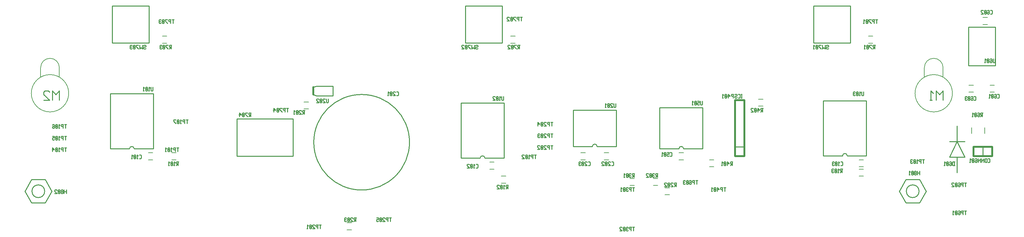
<source format=gbr>
G04 start of page 8 for group -4078 idx -4078
G04 Title: (unknown), bottomsilk *
G04 Creator: pcb-bin 20060822 *
G04 CreationDate: Wed Jun  4 23:35:37 2008 UTC *
G04 For: pete *
G04 Format: Gerber/RS-274X *
G04 PCB-Dimensions: 1125000 272500 *
G04 PCB-Coordinate-Origin: lower left *
%MOIN*%
%FSLAX24Y24*%
%LNBACKSILK*%
%ADD11C,0.0080*%
%ADD12C,0.0100*%
%ADD13C,0.0200*%
G54D11*X105500Y20500D02*Y19500D01*
X103500Y20500D02*Y19500D01*
X11000Y20500D02*Y19500D01*
X9000Y20500D02*Y19500D01*
X104500Y15750D02*G75*G03X106500Y17750I0J2000D01*G01*
G75*G03X104500Y19750I-2000J0D01*G01*
X103500Y20500D02*G75*G02X104500Y21500I1000J0D01*G01*
X104499D02*G75*G02X105500Y20499I0J-1000D01*G01*
X102500Y17750D02*G75*G03X104500Y15750I2000J0D01*G01*
Y19750D02*G75*G03X102500Y17750I0J-2000D01*G01*
X10000Y15750D02*G75*G03X12000Y17750I0J2000D01*G01*
G75*G03X10000Y19750I-2000J0D01*G01*
X9999Y21500D02*G75*G02X11000Y20499I0J-1000D01*G01*
X9000Y20500D02*G75*G02X10000Y21500I1000J0D01*G01*
X8000Y17750D02*G75*G03X10000Y15750I2000J0D01*G01*
Y19750D02*G75*G03X8000Y17750I0J-2000D01*G01*
G54D12*X105500Y17000D02*Y18000D01*
X105125Y17625D01*
X104750Y18000D01*
Y17000D02*Y18000D01*
X104074Y17000D02*X104324D01*
X104199D02*Y18000D01*
X104449Y17750D02*X104199Y18000D01*
X11000Y17000D02*Y18000D01*
X10625Y17625D01*
X10250Y18000D01*
Y17000D02*Y18000D01*
X9949Y17875D02*X9824Y18000D01*
X9449D02*X9824D01*
X9449D02*X9324Y17875D01*
Y17625D02*Y17875D01*
X9949Y17000D02*X9324Y17625D01*
Y17000D02*X9949D01*
G54D11*X110513Y17876D02*X110986D01*
X110513Y18624D02*X110986D01*
X109938Y14064D02*Y13435D01*
X108561Y14064D02*Y13435D01*
G54D13*X108750Y12000D02*X110750D01*
Y11000D01*
X108750D02*X110750D01*
X108750Y12000D02*Y11000D01*
G54D12*X109750Y12000D02*Y11000D01*
X108750D02*X109750D01*
G54D11*X108263Y18624D02*X108736D01*
X108263Y17876D02*X108736D01*
G54D12*X107000Y14250D02*Y12590D01*
Y10910D02*Y9250D01*
Y12590D02*X106170Y10910D01*
X107830D01*
X107000Y12590D01*
X106170D02*X107830D01*
X100810Y7250D02*X101530Y8500D01*
X102970D01*
X103690Y7250D01*
X102970Y6000D01*
X101530D01*
X100810Y7250D01*
X101570D02*G75*G03X101570Y7250I680J0D01*G01*
G54D11*X96513Y9624D02*X96986D01*
X96513Y8876D02*X96986D01*
X96513Y9876D02*X96986D01*
X96513Y10624D02*X96986D01*
G54D12*X92700Y11050D02*Y16950D01*
X97300D01*
Y11050D01*
X92700D02*X94750D01*
X97300D02*X95250D01*
G75*G03X94750Y11050I-250J0D01*G01*
X108230Y20710D02*Y24850D01*
X111080D01*
Y20710D01*
X108230D01*
G54D11*X109763Y25126D02*X110236D01*
X109763Y25874D02*X110236D01*
X97513Y23126D02*X97986D01*
X97513Y23874D02*X97986D01*
G54D12*X95596Y27096D02*Y23159D01*
X91659Y27096D02*Y23159D01*
Y27096D02*X95596D01*
X91659Y23159D02*X95596D01*
G54D11*X80513Y9876D02*X80986D01*
X80513Y10624D02*X80986D01*
X77263Y10626D02*X77736D01*
X77263Y11374D02*X77736D01*
G54D12*X75200Y11800D02*Y16200D01*
X79800D01*
Y11800D01*
X75200D02*X77250D01*
X79800D02*X77750D01*
G75*G03X77250Y11800I-250J0D01*G01*
G54D11*X85763Y16376D02*X86236D01*
X85763Y17124D02*X86236D01*
G54D13*X83250Y11000D02*Y17000D01*
X84250D01*
Y11000D01*
X83250D01*
G54D12*Y12000D02*X84250D01*
Y11000D01*
G54D11*X75763Y6876D02*X76236D01*
X75763Y7624D02*X76236D01*
X74513Y8624D02*X74986D01*
X74513Y7876D02*X74986D01*
X72013D02*X72486D01*
X72013Y8624D02*X72486D01*
X69263Y10626D02*X69736D01*
X69263Y11374D02*X69736D01*
X66763D02*X67236D01*
X66763Y10626D02*X67236D01*
X58263Y8874D02*X58736D01*
X58263Y8126D02*X58736D01*
X57013Y9626D02*X57486D01*
X57013Y10374D02*X57486D01*
G54D12*X65950Y12050D02*Y15950D01*
X70550D01*
Y12050D01*
X65950D02*X68000D01*
X70550D02*X68500D01*
G75*G03X68000Y12050I-250J0D01*G01*
X58346Y27096D02*Y23159D01*
X54409Y27096D02*Y23159D01*
Y27096D02*X58346D01*
X54409Y23159D02*X58346D01*
G54D11*X59263Y23126D02*X59736D01*
X59263Y23874D02*X59736D01*
G54D12*X53950Y10800D02*Y16700D01*
X58550D01*
Y10800D01*
X53950D02*X56000D01*
X58550D02*X56500D01*
G75*G03X56000Y10800I-250J0D01*G01*
X38206Y12500D02*G75*G03X43324Y7381I5118J0D01*G01*
X48442Y12500D02*G75*G03X43324Y17618I-5118J0D01*G01*
X43324Y7381D02*G75*G03X48442Y12500I0J5118D01*G01*
X43324Y17618D02*G75*G03X38206Y12500I0J-5118D01*G01*
G54D13*X38150Y17600D02*Y18400D01*
G54D12*X38490Y18510D01*
X40250D01*
Y17490D01*
X38490D01*
X38150Y17600D01*
G54D11*X41763Y3126D02*X42236D01*
X41763Y3874D02*X42236D01*
X37163Y16076D02*X37636D01*
X37163Y16824D02*X37636D01*
X23013Y10626D02*X23486D01*
X23013Y11374D02*X23486D01*
X22013Y23126D02*X22486D01*
X22013Y23874D02*X22486D01*
X20513Y10626D02*X20986D01*
X20513Y11374D02*X20986D01*
G54D12*X30000Y15000D02*X36000D01*
X30000D02*Y11000D01*
X36000Y15000D02*Y11000D01*
X30000D02*X36000D01*
X20596Y27096D02*Y23159D01*
X16659Y27096D02*Y23159D01*
Y27096D02*X20596D01*
X16659Y23159D02*X20596D01*
X16450Y11800D02*Y17700D01*
X21050D01*
Y11800D01*
X16450D02*X18500D01*
X21050D02*X19000D01*
G75*G03X18500Y11800I-250J0D01*G01*
X7310Y7250D02*X8030Y8500D01*
X9470D01*
X10190Y7250D01*
X9470Y6000D01*
X8030D01*
X7310Y7250D01*
X8070D02*G75*G03X8070Y7250I680J0D01*G01*
X111300Y17250D02*X111450D01*
X111500Y17300D02*X111450Y17250D01*
X111500Y17300D02*Y17600D01*
X111450Y17650D01*
X111300D02*X111450D01*
X111029D02*X110979Y17600D01*
X111029Y17650D02*X111129D01*
X111179Y17600D02*X111129Y17650D01*
X111179Y17300D02*Y17600D01*
Y17300D02*X111129Y17250D01*
X111029Y17450D02*X110979Y17400D01*
X111029Y17450D02*X111179D01*
X111029Y17250D02*X111129D01*
X111029D02*X110979Y17300D01*
Y17400D01*
X110859Y17300D02*X110809Y17250D01*
X110859Y17300D02*Y17600D01*
X110809Y17650D01*
X110709D02*X110809D01*
X110709D02*X110659Y17600D01*
Y17300D02*Y17600D01*
X110709Y17250D02*X110659Y17300D01*
X110709Y17250D02*X110809D01*
X110859Y17350D02*X110659Y17550D01*
X110389Y17250D02*X110489D01*
X110439D02*Y17650D01*
X110539Y17550D02*X110439Y17650D01*
X111040Y21080D02*Y21430D01*
Y21080D02*X110990Y21030D01*
X110890D02*X110990D01*
X110890D02*X110840Y21080D01*
Y21430D01*
X110569D02*X110519Y21380D01*
X110569Y21430D02*X110669D01*
X110719Y21380D02*X110669Y21430D01*
X110719Y21080D02*Y21380D01*
Y21080D02*X110669Y21030D01*
X110569Y21230D02*X110519Y21180D01*
X110569Y21230D02*X110719D01*
X110569Y21030D02*X110669D01*
X110569D02*X110519Y21080D01*
Y21180D01*
X110399Y21080D02*X110349Y21030D01*
X110399Y21080D02*Y21380D01*
X110349Y21430D01*
X110249D02*X110349D01*
X110249D02*X110199Y21380D01*
Y21080D02*Y21380D01*
X110249Y21030D02*X110199Y21080D01*
X110249Y21030D02*X110349D01*
X110399Y21130D02*X110199Y21330D01*
X109929Y21030D02*X110029D01*
X109979D02*Y21430D01*
X110079Y21330D02*X109979Y21430D01*
X110550Y26250D02*X110700D01*
X110750Y26300D02*X110700Y26250D01*
X110750Y26300D02*Y26600D01*
X110700Y26650D01*
X110550D02*X110700D01*
X110279D02*X110229Y26600D01*
X110279Y26650D02*X110379D01*
X110429Y26600D02*X110379Y26650D01*
X110429Y26300D02*Y26600D01*
Y26300D02*X110379Y26250D01*
X110279Y26450D02*X110229Y26400D01*
X110279Y26450D02*X110429D01*
X110279Y26250D02*X110379D01*
X110279D02*X110229Y26300D01*
Y26400D01*
X110109Y26300D02*X110059Y26250D01*
X110109Y26300D02*Y26600D01*
X110059Y26650D01*
X109959D02*X110059D01*
X109959D02*X109909Y26600D01*
Y26300D02*Y26600D01*
X109959Y26250D02*X109909Y26300D01*
X109959Y26250D02*X110059D01*
X110109Y26350D02*X109909Y26550D01*
X109789Y26600D02*X109739Y26650D01*
X109589D02*X109739D01*
X109589D02*X109539Y26600D01*
Y26500D02*Y26600D01*
X109789Y26250D02*X109539Y26500D01*
Y26250D02*X109789D01*
X109550Y15650D02*X109750D01*
X109550D02*X109500Y15600D01*
Y15500D02*Y15600D01*
X109550Y15450D02*X109500Y15500D01*
X109550Y15450D02*X109700D01*
Y15250D02*Y15650D01*
Y15450D02*X109500Y15250D01*
X109229Y15650D02*X109179Y15600D01*
X109229Y15650D02*X109329D01*
X109379Y15600D02*X109329Y15650D01*
X109379Y15300D02*Y15600D01*
Y15300D02*X109329Y15250D01*
X109229Y15450D02*X109179Y15400D01*
X109229Y15450D02*X109379D01*
X109229Y15250D02*X109329D01*
X109229D02*X109179Y15300D01*
Y15400D01*
X109059Y15300D02*X109009Y15250D01*
X109059Y15300D02*Y15600D01*
X109009Y15650D01*
X108909D02*X109009D01*
X108909D02*X108859Y15600D01*
Y15300D02*Y15600D01*
X108909Y15250D02*X108859Y15300D01*
X108909Y15250D02*X109009D01*
X109059Y15350D02*X108859Y15550D01*
X108589Y15250D02*X108689D01*
X108639D02*Y15650D01*
X108739Y15550D02*X108639Y15650D01*
X108800Y17000D02*X108950D01*
X109000Y17050D02*X108950Y17000D01*
X109000Y17050D02*Y17350D01*
X108950Y17400D01*
X108800D02*X108950D01*
X108529D02*X108479Y17350D01*
X108529Y17400D02*X108629D01*
X108679Y17350D02*X108629Y17400D01*
X108679Y17050D02*Y17350D01*
Y17050D02*X108629Y17000D01*
X108529Y17200D02*X108479Y17150D01*
X108529Y17200D02*X108679D01*
X108529Y17000D02*X108629D01*
X108529D02*X108479Y17050D01*
Y17150D01*
X108359Y17050D02*X108309Y17000D01*
X108359Y17050D02*Y17350D01*
X108309Y17400D01*
X108209D02*X108309D01*
X108209D02*X108159Y17350D01*
Y17050D02*Y17350D01*
X108209Y17000D02*X108159Y17050D01*
X108209Y17000D02*X108309D01*
X108359Y17100D02*X108159Y17300D01*
X108039Y17350D02*X107989Y17400D01*
X107889D02*X107989D01*
X107889D02*X107839Y17350D01*
Y17050D02*Y17350D01*
X107889Y17000D02*X107839Y17050D01*
X107889Y17000D02*X107989D01*
X108039Y17050D02*X107989Y17000D01*
X107839Y17200D02*X107989D01*
X107800Y5150D02*X108000D01*
X107900Y4750D02*Y5150D01*
X107629Y4750D02*Y5150D01*
X107479D02*X107679D01*
X107479D02*X107429Y5100D01*
Y5000D02*Y5100D01*
X107479Y4950D02*X107429Y5000D01*
X107479Y4950D02*X107629D01*
X107159Y5150D02*X107109Y5100D01*
X107159Y5150D02*X107259D01*
X107309Y5100D02*X107259Y5150D01*
X107309Y4800D02*Y5100D01*
Y4800D02*X107259Y4750D01*
X107159Y4950D02*X107109Y4900D01*
X107159Y4950D02*X107309D01*
X107159Y4750D02*X107259D01*
X107159D02*X107109Y4800D01*
Y4900D01*
X106989Y4800D02*X106939Y4750D01*
X106989Y4800D02*Y5100D01*
X106939Y5150D01*
X106839D02*X106939D01*
X106839D02*X106789Y5100D01*
Y4800D02*Y5100D01*
X106839Y4750D02*X106789Y4800D01*
X106839Y4750D02*X106939D01*
X106989Y4850D02*X106789Y5050D01*
X106519Y4750D02*X106619D01*
X106569D02*Y5150D01*
X106669Y5050D02*X106569Y5150D01*
X110300Y10350D02*X110450D01*
X110500Y10400D02*X110450Y10350D01*
X110500Y10400D02*Y10700D01*
X110450Y10750D01*
X110300D02*X110450D01*
X110179Y10400D02*Y10700D01*
X110129Y10750D01*
X110029D02*X110129D01*
X110029D02*X109979Y10700D01*
Y10400D02*Y10700D01*
X110029Y10350D02*X109979Y10400D01*
X110029Y10350D02*X110129D01*
X110179Y10400D02*X110129Y10350D01*
X109859D02*Y10750D01*
Y10700D02*Y10750D01*
Y10700D02*X109609Y10450D01*
Y10350D02*Y10750D01*
X109489Y10350D02*Y10750D01*
Y10700D02*Y10750D01*
Y10700D02*X109239Y10450D01*
Y10350D02*Y10750D01*
X108969D02*X108919Y10700D01*
X108969Y10750D02*X109069D01*
X109119Y10700D02*X109069Y10750D01*
X109119Y10400D02*Y10700D01*
Y10400D02*X109069Y10350D01*
X108969Y10550D02*X108919Y10500D01*
X108969Y10550D02*X109119D01*
X108969Y10350D02*X109069D01*
X108969D02*X108919Y10400D01*
Y10500D01*
X108799Y10400D02*X108749Y10350D01*
X108799Y10400D02*Y10700D01*
X108749Y10750D01*
X108649D02*X108749D01*
X108649D02*X108599Y10700D01*
Y10400D02*Y10700D01*
X108649Y10350D02*X108599Y10400D01*
X108649Y10350D02*X108749D01*
X108799Y10450D02*X108599Y10650D01*
X108329Y10350D02*X108429D01*
X108379D02*Y10750D01*
X108479Y10650D02*X108379Y10750D01*
X107800Y8150D02*X108000D01*
X107900Y7750D02*Y8150D01*
X107629Y7750D02*Y8150D01*
X107479D02*X107679D01*
X107479D02*X107429Y8100D01*
Y8000D02*Y8100D01*
X107479Y7950D02*X107429Y8000D01*
X107479Y7950D02*X107629D01*
X107159Y8150D02*X107109Y8100D01*
X107159Y8150D02*X107259D01*
X107309Y8100D02*X107259Y8150D01*
X107309Y7800D02*Y8100D01*
Y7800D02*X107259Y7750D01*
X107159Y7950D02*X107109Y7900D01*
X107159Y7950D02*X107309D01*
X107159Y7750D02*X107259D01*
X107159D02*X107109Y7800D01*
Y7900D01*
X106989Y7800D02*X106939Y7750D01*
X106989Y7800D02*Y8100D01*
X106939Y8150D01*
X106839D02*X106939D01*
X106839D02*X106789Y8100D01*
Y7800D02*Y8100D01*
X106839Y7750D02*X106789Y7800D01*
X106839Y7750D02*X106939D01*
X106989Y7850D02*X106789Y8050D01*
X106669Y8100D02*X106619Y8150D01*
X106469D02*X106619D01*
X106469D02*X106419Y8100D01*
Y8000D02*Y8100D01*
X106669Y7750D02*X106419Y8000D01*
Y7750D02*X106669D01*
X106700Y10000D02*Y10400D01*
X106550D02*X106500Y10350D01*
Y10050D02*Y10350D01*
X106550Y10000D02*X106500Y10050D01*
X106550Y10000D02*X106750D01*
X106550Y10400D02*X106750D01*
X106229D02*X106179Y10350D01*
X106229Y10400D02*X106329D01*
X106379Y10350D02*X106329Y10400D01*
X106379Y10050D02*Y10350D01*
Y10050D02*X106329Y10000D01*
X106229Y10200D02*X106179Y10150D01*
X106229Y10200D02*X106379D01*
X106229Y10000D02*X106329D01*
X106229D02*X106179Y10050D01*
Y10150D01*
X106059Y10050D02*X106009Y10000D01*
X106059Y10050D02*Y10350D01*
X106009Y10400D01*
X105909D02*X106009D01*
X105909D02*X105859Y10350D01*
Y10050D02*Y10350D01*
X105909Y10000D02*X105859Y10050D01*
X105909Y10000D02*X106009D01*
X106059Y10100D02*X105859Y10300D01*
X105589Y10000D02*X105689D01*
X105639D02*Y10400D01*
X105739Y10300D02*X105639Y10400D01*
X98050Y22900D02*X98250D01*
X98050D02*X98000Y22850D01*
Y22750D02*Y22850D01*
X98050Y22700D02*X98000Y22750D01*
X98050Y22700D02*X98200D01*
Y22500D02*Y22900D01*
Y22700D02*X98000Y22500D01*
X97879D02*X97629Y22750D01*
Y22900D01*
X97879D01*
X97509Y22550D02*X97459Y22500D01*
X97509Y22550D02*Y22850D01*
X97459Y22900D01*
X97359D02*X97459D01*
X97359D02*X97309Y22850D01*
Y22550D02*Y22850D01*
X97359Y22500D02*X97309Y22550D01*
X97359Y22500D02*X97459D01*
X97509Y22600D02*X97309Y22800D01*
X97039Y22500D02*X97139D01*
X97089D02*Y22900D01*
X97189Y22800D02*X97089Y22900D01*
X103300Y10650D02*X103500D01*
X103400Y10250D02*Y10650D01*
X103129Y10250D02*Y10650D01*
X102979D02*X103179D01*
X102979D02*X102929Y10600D01*
Y10500D02*Y10600D01*
X102979Y10450D02*X102929Y10500D01*
X102979Y10450D02*X103129D01*
X102659Y10250D02*X102759D01*
X102709D02*Y10650D01*
X102809Y10550D02*X102709Y10650D01*
X102539Y10300D02*X102489Y10250D01*
X102539Y10300D02*Y10600D01*
X102489Y10650D01*
X102389D02*X102489D01*
X102389D02*X102339Y10600D01*
Y10300D02*Y10600D01*
X102389Y10250D02*X102339Y10300D01*
X102389Y10250D02*X102489D01*
X102539Y10350D02*X102339Y10550D01*
X102219Y10600D02*X102169Y10650D01*
X102069D02*X102169D01*
X102069D02*X102019Y10600D01*
Y10300D02*Y10600D01*
X102069Y10250D02*X102019Y10300D01*
X102069Y10250D02*X102169D01*
X102219Y10300D02*X102169Y10250D01*
X102019Y10450D02*X102169D01*
X98300Y25650D02*X98500D01*
X98400Y25250D02*Y25650D01*
X98129Y25250D02*Y25650D01*
X97979D02*X98179D01*
X97979D02*X97929Y25600D01*
Y25500D02*Y25600D01*
X97979Y25450D02*X97929Y25500D01*
X97979Y25450D02*X98129D01*
X97809Y25250D02*X97559Y25500D01*
Y25650D01*
X97809D01*
X97439Y25300D02*X97389Y25250D01*
X97439Y25300D02*Y25600D01*
X97389Y25650D01*
X97289D02*X97389D01*
X97289D02*X97239Y25600D01*
Y25300D02*Y25600D01*
X97289Y25250D02*X97239Y25300D01*
X97289Y25250D02*X97389D01*
X97439Y25350D02*X97239Y25550D01*
X96969Y25250D02*X97069D01*
X97019D02*Y25650D01*
X97119Y25550D02*X97019Y25650D01*
X103000Y9000D02*Y9400D01*
X102750Y9000D02*Y9400D01*
Y9200D02*X103000D01*
X102629Y9050D02*X102579Y9000D01*
X102629Y9050D02*Y9150D01*
X102579Y9200D01*
X102479D02*X102579D01*
X102479D02*X102429Y9150D01*
Y9050D02*Y9150D01*
X102479Y9000D02*X102429Y9050D01*
X102479Y9000D02*X102579D01*
X102629Y9250D02*X102579Y9200D01*
X102629Y9250D02*Y9350D01*
X102579Y9400D01*
X102479D02*X102579D01*
X102479D02*X102429Y9350D01*
Y9250D02*Y9350D01*
X102479Y9200D02*X102429Y9250D01*
X102309Y9050D02*X102259Y9000D01*
X102309Y9050D02*Y9350D01*
X102259Y9400D01*
X102159D02*X102259D01*
X102159D02*X102109Y9350D01*
Y9050D02*Y9350D01*
X102159Y9000D02*X102109Y9050D01*
X102159Y9000D02*X102259D01*
X102309Y9100D02*X102109Y9300D01*
X101839Y9000D02*X101939D01*
X101889D02*Y9400D01*
X101989Y9300D02*X101889Y9400D01*
X97000Y17550D02*Y17900D01*
Y17550D02*X96950Y17500D01*
X96850D02*X96950D01*
X96850D02*X96800Y17550D01*
Y17900D01*
X96529Y17500D02*X96629D01*
X96579D02*Y17900D01*
X96679Y17800D02*X96579Y17900D01*
X96409Y17550D02*X96359Y17500D01*
X96409Y17550D02*Y17850D01*
X96359Y17900D01*
X96259D02*X96359D01*
X96259D02*X96209Y17850D01*
Y17550D02*Y17850D01*
X96259Y17500D02*X96209Y17550D01*
X96259Y17500D02*X96359D01*
X96409Y17600D02*X96209Y17800D01*
X96089Y17850D02*X96039Y17900D01*
X95939D02*X96039D01*
X95939D02*X95889Y17850D01*
Y17550D02*Y17850D01*
X95939Y17500D02*X95889Y17550D01*
X95939Y17500D02*X96039D01*
X96089Y17550D02*X96039Y17500D01*
X95889Y17700D02*X96039D01*
X94550Y10000D02*X94700D01*
X94750Y10050D02*X94700Y10000D01*
X94750Y10050D02*Y10350D01*
X94700Y10400D01*
X94550D02*X94700D01*
X94279Y10000D02*X94379D01*
X94329D02*Y10400D01*
X94429Y10300D02*X94329Y10400D01*
X94159Y10050D02*X94109Y10000D01*
X94159Y10050D02*Y10350D01*
X94109Y10400D01*
X94009D02*X94109D01*
X94009D02*X93959Y10350D01*
Y10050D02*Y10350D01*
X94009Y10000D02*X93959Y10050D01*
X94009Y10000D02*X94109D01*
X94159Y10100D02*X93959Y10300D01*
X93839Y10350D02*X93789Y10400D01*
X93689D02*X93789D01*
X93689D02*X93639Y10350D01*
Y10050D02*Y10350D01*
X93689Y10000D02*X93639Y10050D01*
X93689Y10000D02*X93789D01*
X93839Y10050D02*X93789Y10000D01*
X93639Y10200D02*X93789D01*
X94550Y9650D02*X94750D01*
X94550D02*X94500Y9600D01*
Y9500D02*Y9600D01*
X94550Y9450D02*X94500Y9500D01*
X94550Y9450D02*X94700D01*
Y9250D02*Y9650D01*
Y9450D02*X94500Y9250D01*
X94229D02*X94329D01*
X94279D02*Y9650D01*
X94379Y9550D02*X94279Y9650D01*
X94109Y9300D02*X94059Y9250D01*
X94109Y9300D02*Y9600D01*
X94059Y9650D01*
X93959D02*X94059D01*
X93959D02*X93909Y9600D01*
Y9300D02*Y9600D01*
X93959Y9250D02*X93909Y9300D01*
X93959Y9250D02*X94059D01*
X94109Y9350D02*X93909Y9550D01*
X93789Y9600D02*X93739Y9650D01*
X93639D02*X93739D01*
X93639D02*X93589Y9600D01*
Y9300D02*Y9600D01*
X93639Y9250D02*X93589Y9300D01*
X93639Y9250D02*X93739D01*
X93789Y9300D02*X93739Y9250D01*
X93589Y9450D02*X93739D01*
X83900Y17650D02*X84000D01*
X83950Y17250D02*Y17650D01*
X83900Y17250D02*X84000D01*
X83579D02*X83729D01*
X83779Y17300D02*X83729Y17250D01*
X83779Y17300D02*Y17600D01*
X83729Y17650D01*
X83579D02*X83729D01*
X83259D02*X83209Y17600D01*
X83259Y17650D02*X83409D01*
X83459Y17600D02*X83409Y17650D01*
X83459Y17500D02*Y17600D01*
Y17500D02*X83409Y17450D01*
X83259D02*X83409D01*
X83259D02*X83209Y17400D01*
Y17300D02*Y17400D01*
X83259Y17250D02*X83209Y17300D01*
X83259Y17250D02*X83409D01*
X83459Y17300D02*X83409Y17250D01*
X83039D02*Y17650D01*
X82889D02*X83089D01*
X82889D02*X82839Y17600D01*
Y17500D02*Y17600D01*
X82889Y17450D02*X82839Y17500D01*
X82889Y17450D02*X83039D01*
X82719D02*X82519Y17650D01*
X82469Y17450D02*X82719D01*
X82519Y17250D02*Y17650D01*
X82349Y17300D02*X82299Y17250D01*
X82349Y17300D02*Y17600D01*
X82299Y17650D01*
X82199D02*X82299D01*
X82199D02*X82149Y17600D01*
Y17300D02*Y17600D01*
X82199Y17250D02*X82149Y17300D01*
X82199Y17250D02*X82299D01*
X82349Y17350D02*X82149Y17550D01*
X81879Y17250D02*X81979D01*
X81929D02*Y17650D01*
X82029Y17550D02*X81929Y17650D01*
X86050Y16150D02*X86250D01*
X86050D02*X86000Y16100D01*
Y16000D02*Y16100D01*
X86050Y15950D02*X86000Y16000D01*
X86050Y15950D02*X86200D01*
Y15750D02*Y16150D01*
Y15950D02*X86000Y15750D01*
X85879Y15950D02*X85679Y16150D01*
X85629Y15950D02*X85879D01*
X85679Y15750D02*Y16150D01*
X85509Y15800D02*X85459Y15750D01*
X85509Y15800D02*Y16100D01*
X85459Y16150D01*
X85359D02*X85459D01*
X85359D02*X85309Y16100D01*
Y15800D02*Y16100D01*
X85359Y15750D02*X85309Y15800D01*
X85359Y15750D02*X85459D01*
X85509Y15850D02*X85309Y16050D01*
X85189Y16100D02*X85139Y16150D01*
X84989D02*X85139D01*
X84989D02*X84939Y16100D01*
Y16000D02*Y16100D01*
X85189Y15750D02*X84939Y16000D01*
Y15750D02*X85189D01*
X82800Y10400D02*X83000D01*
X82800D02*X82750Y10350D01*
Y10250D02*Y10350D01*
X82800Y10200D02*X82750Y10250D01*
X82800Y10200D02*X82950D01*
Y10000D02*Y10400D01*
Y10200D02*X82750Y10000D01*
X82629Y10200D02*X82429Y10400D01*
X82379Y10200D02*X82629D01*
X82429Y10000D02*Y10400D01*
X82259Y10050D02*X82209Y10000D01*
X82259Y10050D02*Y10350D01*
X82209Y10400D01*
X82109D02*X82209D01*
X82109D02*X82059Y10350D01*
Y10050D02*Y10350D01*
X82109Y10000D02*X82059Y10050D01*
X82109Y10000D02*X82209D01*
X82259Y10100D02*X82059Y10300D01*
X81789Y10000D02*X81889D01*
X81839D02*Y10400D01*
X81939Y10300D02*X81839Y10400D01*
X79750Y16550D02*Y16900D01*
Y16550D02*X79700Y16500D01*
X79600D02*X79700D01*
X79600D02*X79550Y16550D01*
Y16900D01*
X79229D02*X79429D01*
Y16700D02*Y16900D01*
Y16700D02*X79379Y16750D01*
X79279D02*X79379D01*
X79279D02*X79229Y16700D01*
Y16550D02*Y16700D01*
X79279Y16500D02*X79229Y16550D01*
X79279Y16500D02*X79379D01*
X79429Y16550D02*X79379Y16500D01*
X79109Y16550D02*X79059Y16500D01*
X79109Y16550D02*Y16850D01*
X79059Y16900D01*
X78959D02*X79059D01*
X78959D02*X78909Y16850D01*
Y16550D02*Y16850D01*
X78959Y16500D02*X78909Y16550D01*
X78959Y16500D02*X79059D01*
X79109Y16600D02*X78909Y16800D01*
X78639Y16500D02*X78739D01*
X78689D02*Y16900D01*
X78789Y16800D02*X78689Y16900D01*
X82050Y7650D02*X82250D01*
X82150Y7250D02*Y7650D01*
X81879Y7250D02*Y7650D01*
X81729D02*X81929D01*
X81729D02*X81679Y7600D01*
Y7500D02*Y7600D01*
X81729Y7450D02*X81679Y7500D01*
X81729Y7450D02*X81879D01*
X81559D02*X81359Y7650D01*
X81309Y7450D02*X81559D01*
X81359Y7250D02*Y7650D01*
X81189Y7300D02*X81139Y7250D01*
X81189Y7300D02*Y7600D01*
X81139Y7650D01*
X81039D02*X81139D01*
X81039D02*X80989Y7600D01*
Y7300D02*Y7600D01*
X81039Y7250D02*X80989Y7300D01*
X81039Y7250D02*X81139D01*
X81189Y7350D02*X80989Y7550D01*
X80719Y7250D02*X80819D01*
X80769D02*Y7650D01*
X80869Y7550D02*X80769Y7650D01*
X79050Y8400D02*X79250D01*
X79150Y8000D02*Y8400D01*
X78879Y8000D02*Y8400D01*
X78729D02*X78929D01*
X78729D02*X78679Y8350D01*
Y8250D02*Y8350D01*
X78729Y8200D02*X78679Y8250D01*
X78729Y8200D02*X78879D01*
X78409Y8400D02*X78359Y8350D01*
X78409Y8400D02*X78509D01*
X78559Y8350D02*X78509Y8400D01*
X78559Y8050D02*Y8350D01*
Y8050D02*X78509Y8000D01*
X78409Y8200D02*X78359Y8150D01*
X78409Y8200D02*X78559D01*
X78409Y8000D02*X78509D01*
X78409D02*X78359Y8050D01*
Y8150D01*
X78239Y8050D02*X78189Y8000D01*
X78239Y8050D02*Y8350D01*
X78189Y8400D01*
X78089D02*X78189D01*
X78089D02*X78039Y8350D01*
Y8050D02*Y8350D01*
X78089Y8000D02*X78039Y8050D01*
X78089Y8000D02*X78189D01*
X78239Y8100D02*X78039Y8300D01*
X77919Y8350D02*X77869Y8400D01*
X77769D02*X77869D01*
X77769D02*X77719Y8350D01*
Y8050D02*Y8350D01*
X77769Y8000D02*X77719Y8050D01*
X77769Y8000D02*X77869D01*
X77919Y8050D02*X77869Y8000D01*
X77719Y8200D02*X77869D01*
X76800Y8150D02*X77000D01*
X76800D02*X76750Y8100D01*
Y8000D02*Y8100D01*
X76800Y7950D02*X76750Y8000D01*
X76800Y7950D02*X76950D01*
Y7750D02*Y8150D01*
Y7950D02*X76750Y7750D01*
X76629Y8100D02*X76579Y8150D01*
X76429D02*X76579D01*
X76429D02*X76379Y8100D01*
Y8000D02*Y8100D01*
X76629Y7750D02*X76379Y8000D01*
Y7750D02*X76629D01*
X76259Y7800D02*X76209Y7750D01*
X76259Y7800D02*Y8100D01*
X76209Y8150D01*
X76109D02*X76209D01*
X76109D02*X76059Y8100D01*
Y7800D02*Y8100D01*
X76109Y7750D02*X76059Y7800D01*
X76109Y7750D02*X76209D01*
X76259Y7850D02*X76059Y8050D01*
X75939Y8100D02*X75889Y8150D01*
X75739D02*X75889D01*
X75739D02*X75689Y8100D01*
Y8000D02*Y8100D01*
X75939Y7750D02*X75689Y8000D01*
Y7750D02*X75939D01*
X70500Y16300D02*Y16650D01*
Y16300D02*X70450Y16250D01*
X70350D02*X70450D01*
X70350D02*X70300Y16300D01*
Y16650D01*
X70179Y16600D02*X70129Y16650D01*
X69979D02*X70129D01*
X69979D02*X69929Y16600D01*
Y16500D02*Y16600D01*
X70179Y16250D02*X69929Y16500D01*
Y16250D02*X70179D01*
X69809Y16300D02*X69759Y16250D01*
X69809Y16300D02*Y16600D01*
X69759Y16650D01*
X69659D02*X69759D01*
X69659D02*X69609Y16600D01*
Y16300D02*Y16600D01*
X69659Y16250D02*X69609Y16300D01*
X69659Y16250D02*X69759D01*
X69809Y16350D02*X69609Y16550D01*
X69339Y16250D02*X69439D01*
X69389D02*Y16650D01*
X69489Y16550D02*X69389Y16650D01*
X76300Y11000D02*X76450D01*
X76500Y11050D02*X76450Y11000D01*
X76500Y11050D02*Y11350D01*
X76450Y11400D01*
X76300D02*X76450D01*
X75979D02*X76179D01*
Y11200D02*Y11400D01*
Y11200D02*X76129Y11250D01*
X76029D02*X76129D01*
X76029D02*X75979Y11200D01*
Y11050D02*Y11200D01*
X76029Y11000D02*X75979Y11050D01*
X76029Y11000D02*X76129D01*
X76179Y11050D02*X76129Y11000D01*
X75859Y11050D02*X75809Y11000D01*
X75859Y11050D02*Y11350D01*
X75809Y11400D01*
X75709D02*X75809D01*
X75709D02*X75659Y11350D01*
Y11050D02*Y11350D01*
X75709Y11000D02*X75659Y11050D01*
X75709Y11000D02*X75809D01*
X75859Y11100D02*X75659Y11300D01*
X75389Y11000D02*X75489D01*
X75439D02*Y11400D01*
X75539Y11300D02*X75439Y11400D01*
X74800Y9150D02*X75000D01*
X74800D02*X74750Y9100D01*
Y9000D02*Y9100D01*
X74800Y8950D02*X74750Y9000D01*
X74800Y8950D02*X74950D01*
Y8750D02*Y9150D01*
Y8950D02*X74750Y8750D01*
X74629Y9100D02*X74579Y9150D01*
X74479D02*X74579D01*
X74479D02*X74429Y9100D01*
Y8800D02*Y9100D01*
X74479Y8750D02*X74429Y8800D01*
X74479Y8750D02*X74579D01*
X74629Y8800D02*X74579Y8750D01*
X74429Y8950D02*X74579D01*
X74309Y8800D02*X74259Y8750D01*
X74309Y8800D02*Y9100D01*
X74259Y9150D01*
X74159D02*X74259D01*
X74159D02*X74109Y9100D01*
Y8800D02*Y9100D01*
X74159Y8750D02*X74109Y8800D01*
X74159Y8750D02*X74259D01*
X74309Y8850D02*X74109Y9050D01*
X73989Y9100D02*X73939Y9150D01*
X73789D02*X73939D01*
X73789D02*X73739Y9100D01*
Y9000D02*Y9100D01*
X73989Y8750D02*X73739Y9000D01*
Y8750D02*X73989D01*
X61800Y11150D02*X62000D01*
X61900Y10750D02*Y11150D01*
X61629Y10750D02*Y11150D01*
X61479D02*X61679D01*
X61479D02*X61429Y11100D01*
Y11000D02*Y11100D01*
X61479Y10950D02*X61429Y11000D01*
X61479Y10950D02*X61629D01*
X61159Y10750D02*X61259D01*
X61209D02*Y11150D01*
X61309Y11050D02*X61209Y11150D01*
X61039Y10800D02*X60989Y10750D01*
X61039Y10800D02*Y11100D01*
X60989Y11150D01*
X60889D02*X60989D01*
X60889D02*X60839Y11100D01*
Y10800D02*Y11100D01*
X60889Y10750D02*X60839Y10800D01*
X60889Y10750D02*X60989D01*
X61039Y10850D02*X60839Y11050D01*
X60719Y11100D02*X60669Y11150D01*
X60519D02*X60669D01*
X60519D02*X60469Y11100D01*
Y11000D02*Y11100D01*
X60719Y10750D02*X60469Y11000D01*
Y10750D02*X60719D01*
X55550Y9750D02*X55700D01*
X55750Y9800D02*X55700Y9750D01*
X55750Y9800D02*Y10100D01*
X55700Y10150D01*
X55550D02*X55700D01*
X55279Y9750D02*X55379D01*
X55329D02*Y10150D01*
X55429Y10050D02*X55329Y10150D01*
X55159Y9800D02*X55109Y9750D01*
X55159Y9800D02*Y10100D01*
X55109Y10150D01*
X55009D02*X55109D01*
X55009D02*X54959Y10100D01*
Y9800D02*Y10100D01*
X55009Y9750D02*X54959Y9800D01*
X55009Y9750D02*X55109D01*
X55159Y9850D02*X54959Y10050D01*
X54839Y10100D02*X54789Y10150D01*
X54639D02*X54789D01*
X54639D02*X54589Y10100D01*
Y10000D02*Y10100D01*
X54839Y9750D02*X54589Y10000D01*
Y9750D02*X54839D01*
X93050Y22900D02*X93000Y22850D01*
X93050Y22900D02*X93200D01*
X93250Y22850D02*X93200Y22900D01*
X93250Y22750D02*Y22850D01*
Y22750D02*X93200Y22700D01*
X93050D02*X93200D01*
X93050D02*X93000Y22650D01*
Y22550D02*Y22650D01*
X93050Y22500D02*X93000Y22550D01*
X93050Y22500D02*X93200D01*
X93250Y22550D02*X93200Y22500D01*
X92879D02*Y22900D01*
Y22500D02*X92729Y22650D01*
X92579Y22500D01*
Y22900D01*
X92459Y22500D02*X92209Y22750D01*
Y22900D01*
X92459D01*
X92089Y22550D02*X92039Y22500D01*
X92089Y22550D02*Y22850D01*
X92039Y22900D01*
X91939D02*X92039D01*
X91939D02*X91889Y22850D01*
Y22550D02*Y22850D01*
X91939Y22500D02*X91889Y22550D01*
X91939Y22500D02*X92039D01*
X92089Y22600D02*X91889Y22800D01*
X91619Y22500D02*X91719D01*
X91669D02*Y22900D01*
X91769Y22800D02*X91669Y22900D01*
X60050D02*X60250D01*
X60050D02*X60000Y22850D01*
Y22750D02*Y22850D01*
X60050Y22700D02*X60000Y22750D01*
X60050Y22700D02*X60200D01*
Y22500D02*Y22900D01*
Y22700D02*X60000Y22500D01*
X59879D02*X59629Y22750D01*
Y22900D01*
X59879D01*
X59509Y22550D02*X59459Y22500D01*
X59509Y22550D02*Y22850D01*
X59459Y22900D01*
X59359D02*X59459D01*
X59359D02*X59309Y22850D01*
Y22550D02*Y22850D01*
X59359Y22500D02*X59309Y22550D01*
X59359Y22500D02*X59459D01*
X59509Y22600D02*X59309Y22800D01*
X59189Y22850D02*X59139Y22900D01*
X58989D02*X59139D01*
X58989D02*X58939Y22850D01*
Y22750D02*Y22850D01*
X59189Y22500D02*X58939Y22750D01*
Y22500D02*X59189D01*
X55550Y22900D02*X55500Y22850D01*
X55550Y22900D02*X55700D01*
X55750Y22850D02*X55700Y22900D01*
X55750Y22750D02*Y22850D01*
Y22750D02*X55700Y22700D01*
X55550D02*X55700D01*
X55550D02*X55500Y22650D01*
Y22550D02*Y22650D01*
X55550Y22500D02*X55500Y22550D01*
X55550Y22500D02*X55700D01*
X55750Y22550D02*X55700Y22500D01*
X55379D02*Y22900D01*
Y22500D02*X55229Y22650D01*
X55079Y22500D01*
Y22900D01*
X54959Y22500D02*X54709Y22750D01*
Y22900D01*
X54959D01*
X54589Y22550D02*X54539Y22500D01*
X54589Y22550D02*Y22850D01*
X54539Y22900D01*
X54439D02*X54539D01*
X54439D02*X54389Y22850D01*
Y22550D02*Y22850D01*
X54439Y22500D02*X54389Y22550D01*
X54439Y22500D02*X54539D01*
X54589Y22600D02*X54389Y22800D01*
X54269Y22850D02*X54219Y22900D01*
X54069D02*X54219D01*
X54069D02*X54019Y22850D01*
Y22750D02*Y22850D01*
X54269Y22500D02*X54019Y22750D01*
Y22500D02*X54269D01*
X72300Y3400D02*X72500D01*
X72400Y3000D02*Y3400D01*
X72129Y3000D02*Y3400D01*
X71979D02*X72179D01*
X71979D02*X71929Y3350D01*
Y3250D02*Y3350D01*
X71979Y3200D02*X71929Y3250D01*
X71979Y3200D02*X72129D01*
X71809Y3350D02*X71759Y3400D01*
X71659D02*X71759D01*
X71659D02*X71609Y3350D01*
Y3050D02*Y3350D01*
X71659Y3000D02*X71609Y3050D01*
X71659Y3000D02*X71759D01*
X71809Y3050D02*X71759Y3000D01*
X71609Y3200D02*X71759D01*
X71489Y3050D02*X71439Y3000D01*
X71489Y3050D02*Y3350D01*
X71439Y3400D01*
X71339D02*X71439D01*
X71339D02*X71289Y3350D01*
Y3050D02*Y3350D01*
X71339Y3000D02*X71289Y3050D01*
X71339Y3000D02*X71439D01*
X71489Y3100D02*X71289Y3300D01*
X71169Y3350D02*X71119Y3400D01*
X70969D02*X71119D01*
X70969D02*X70919Y3350D01*
Y3250D02*Y3350D01*
X71169Y3000D02*X70919Y3250D01*
Y3000D02*X71169D01*
X72300Y9150D02*X72500D01*
X72300D02*X72250Y9100D01*
Y9000D02*Y9100D01*
X72300Y8950D02*X72250Y9000D01*
X72300Y8950D02*X72450D01*
Y8750D02*Y9150D01*
Y8950D02*X72250Y8750D01*
X72129Y9100D02*X72079Y9150D01*
X71979D02*X72079D01*
X71979D02*X71929Y9100D01*
Y8800D02*Y9100D01*
X71979Y8750D02*X71929Y8800D01*
X71979Y8750D02*X72079D01*
X72129Y8800D02*X72079Y8750D01*
X71929Y8950D02*X72079D01*
X71809Y8800D02*X71759Y8750D01*
X71809Y8800D02*Y9100D01*
X71759Y9150D01*
X71659D02*X71759D01*
X71659D02*X71609Y9100D01*
Y8800D02*Y9100D01*
X71659Y8750D02*X71609Y8800D01*
X71659Y8750D02*X71759D01*
X71809Y8850D02*X71609Y9050D01*
X71339Y8750D02*X71439D01*
X71389D02*Y9150D01*
X71489Y9050D02*X71389Y9150D01*
X72300Y7650D02*X72500D01*
X72400Y7250D02*Y7650D01*
X72129Y7250D02*Y7650D01*
X71979D02*X72179D01*
X71979D02*X71929Y7600D01*
Y7500D02*Y7600D01*
X71979Y7450D02*X71929Y7500D01*
X71979Y7450D02*X72129D01*
X71809Y7600D02*X71759Y7650D01*
X71659D02*X71759D01*
X71659D02*X71609Y7600D01*
Y7300D02*Y7600D01*
X71659Y7250D02*X71609Y7300D01*
X71659Y7250D02*X71759D01*
X71809Y7300D02*X71759Y7250D01*
X71609Y7450D02*X71759D01*
X71489Y7300D02*X71439Y7250D01*
X71489Y7300D02*Y7600D01*
X71439Y7650D01*
X71339D02*X71439D01*
X71339D02*X71289Y7600D01*
Y7300D02*Y7600D01*
X71339Y7250D02*X71289Y7300D01*
X71339Y7250D02*X71439D01*
X71489Y7350D02*X71289Y7550D01*
X71019Y7250D02*X71119D01*
X71069D02*Y7650D01*
X71169Y7550D02*X71069Y7650D01*
X67550Y10000D02*X67700D01*
X67750Y10050D02*X67700Y10000D01*
X67750Y10050D02*Y10350D01*
X67700Y10400D01*
X67550D02*X67700D01*
X67429Y10350D02*X67379Y10400D01*
X67229D02*X67379D01*
X67229D02*X67179Y10350D01*
Y10250D02*Y10350D01*
X67429Y10000D02*X67179Y10250D01*
Y10000D02*X67429D01*
X67059Y10050D02*X67009Y10000D01*
X67059Y10050D02*Y10350D01*
X67009Y10400D01*
X66909D02*X67009D01*
X66909D02*X66859Y10350D01*
Y10050D02*Y10350D01*
X66909Y10000D02*X66859Y10050D01*
X66909Y10000D02*X67009D01*
X67059Y10100D02*X66859Y10300D01*
X66739Y10350D02*X66689Y10400D01*
X66589D02*X66689D01*
X66589D02*X66539Y10350D01*
Y10050D02*Y10350D01*
X66589Y10000D02*X66539Y10050D01*
X66589Y10000D02*X66689D01*
X66739Y10050D02*X66689Y10000D01*
X66539Y10200D02*X66689D01*
X70050Y10000D02*X70200D01*
X70250Y10050D02*X70200Y10000D01*
X70250Y10050D02*Y10350D01*
X70200Y10400D01*
X70050D02*X70200D01*
X69929Y10350D02*X69879Y10400D01*
X69729D02*X69879D01*
X69729D02*X69679Y10350D01*
Y10250D02*Y10350D01*
X69929Y10000D02*X69679Y10250D01*
Y10000D02*X69929D01*
X69559Y10050D02*X69509Y10000D01*
X69559Y10050D02*Y10350D01*
X69509Y10400D01*
X69409D02*X69509D01*
X69409D02*X69359Y10350D01*
Y10050D02*Y10350D01*
X69409Y10000D02*X69359Y10050D01*
X69409Y10000D02*X69509D01*
X69559Y10100D02*X69359Y10300D01*
X69239Y10350D02*X69189Y10400D01*
X69039D02*X69189D01*
X69039D02*X68989Y10350D01*
Y10250D02*Y10350D01*
X69239Y10000D02*X68989Y10250D01*
Y10000D02*X69239D01*
X58800Y7900D02*X59000D01*
X58800D02*X58750Y7850D01*
Y7750D02*Y7850D01*
X58800Y7700D02*X58750Y7750D01*
X58800Y7700D02*X58950D01*
Y7500D02*Y7900D01*
Y7700D02*X58750Y7500D01*
X58479D02*X58579D01*
X58529D02*Y7900D01*
X58629Y7800D02*X58529Y7900D01*
X58359Y7550D02*X58309Y7500D01*
X58359Y7550D02*Y7850D01*
X58309Y7900D01*
X58209D02*X58309D01*
X58209D02*X58159Y7850D01*
Y7550D02*Y7850D01*
X58209Y7500D02*X58159Y7550D01*
X58209Y7500D02*X58309D01*
X58359Y7600D02*X58159Y7800D01*
X58039Y7850D02*X57989Y7900D01*
X57839D02*X57989D01*
X57839D02*X57789Y7850D01*
Y7750D02*Y7850D01*
X58039Y7500D02*X57789Y7750D01*
Y7500D02*X58039D01*
X63550Y13400D02*X63750D01*
X63650Y13000D02*Y13400D01*
X63379Y13000D02*Y13400D01*
X63229D02*X63429D01*
X63229D02*X63179Y13350D01*
Y13250D02*Y13350D01*
X63229Y13200D02*X63179Y13250D01*
X63229Y13200D02*X63379D01*
X63059Y13350D02*X63009Y13400D01*
X62859D02*X63009D01*
X62859D02*X62809Y13350D01*
Y13250D02*Y13350D01*
X63059Y13000D02*X62809Y13250D01*
Y13000D02*X63059D01*
X62689Y13050D02*X62639Y13000D01*
X62689Y13050D02*Y13350D01*
X62639Y13400D01*
X62539D02*X62639D01*
X62539D02*X62489Y13350D01*
Y13050D02*Y13350D01*
X62539Y13000D02*X62489Y13050D01*
X62539Y13000D02*X62639D01*
X62689Y13100D02*X62489Y13300D01*
X62369Y13350D02*X62319Y13400D01*
X62219D02*X62319D01*
X62219D02*X62169Y13350D01*
Y13050D02*Y13350D01*
X62219Y13000D02*X62169Y13050D01*
X62219Y13000D02*X62319D01*
X62369Y13050D02*X62319Y13000D01*
X62169Y13200D02*X62319D01*
X63550Y12150D02*X63750D01*
X63650Y11750D02*Y12150D01*
X63379Y11750D02*Y12150D01*
X63229D02*X63429D01*
X63229D02*X63179Y12100D01*
Y12000D02*Y12100D01*
X63229Y11950D02*X63179Y12000D01*
X63229Y11950D02*X63379D01*
X63059Y12100D02*X63009Y12150D01*
X62859D02*X63009D01*
X62859D02*X62809Y12100D01*
Y12000D02*Y12100D01*
X63059Y11750D02*X62809Y12000D01*
Y11750D02*X63059D01*
X62689Y11800D02*X62639Y11750D01*
X62689Y11800D02*Y12100D01*
X62639Y12150D01*
X62539D02*X62639D01*
X62539D02*X62489Y12100D01*
Y11800D02*Y12100D01*
X62539Y11750D02*X62489Y11800D01*
X62539Y11750D02*X62639D01*
X62689Y11850D02*X62489Y12050D01*
X62369Y12100D02*X62319Y12150D01*
X62169D02*X62319D01*
X62169D02*X62119Y12100D01*
Y12000D02*Y12100D01*
X62369Y11750D02*X62119Y12000D01*
Y11750D02*X62369D01*
X63550Y14650D02*X63750D01*
X63650Y14250D02*Y14650D01*
X63379Y14250D02*Y14650D01*
X63229D02*X63429D01*
X63229D02*X63179Y14600D01*
Y14500D02*Y14600D01*
X63229Y14450D02*X63179Y14500D01*
X63229Y14450D02*X63379D01*
X63059Y14600D02*X63009Y14650D01*
X62859D02*X63009D01*
X62859D02*X62809Y14600D01*
Y14500D02*Y14600D01*
X63059Y14250D02*X62809Y14500D01*
Y14250D02*X63059D01*
X62689Y14300D02*X62639Y14250D01*
X62689Y14300D02*Y14600D01*
X62639Y14650D01*
X62539D02*X62639D01*
X62539D02*X62489Y14600D01*
Y14300D02*Y14600D01*
X62539Y14250D02*X62489Y14300D01*
X62539Y14250D02*X62639D01*
X62689Y14350D02*X62489Y14550D01*
X62369Y14450D02*X62169Y14650D01*
X62119Y14450D02*X62369D01*
X62169Y14250D02*Y14650D01*
X60300Y25900D02*X60500D01*
X60400Y25500D02*Y25900D01*
X60129Y25500D02*Y25900D01*
X59979D02*X60179D01*
X59979D02*X59929Y25850D01*
Y25750D02*Y25850D01*
X59979Y25700D02*X59929Y25750D01*
X59979Y25700D02*X60129D01*
X59809Y25500D02*X59559Y25750D01*
Y25900D01*
X59809D01*
X59439Y25550D02*X59389Y25500D01*
X59439Y25550D02*Y25850D01*
X59389Y25900D01*
X59289D02*X59389D01*
X59289D02*X59239Y25850D01*
Y25550D02*Y25850D01*
X59289Y25500D02*X59239Y25550D01*
X59289Y25500D02*X59389D01*
X59439Y25600D02*X59239Y25800D01*
X59119Y25850D02*X59069Y25900D01*
X58919D02*X59069D01*
X58919D02*X58869Y25850D01*
Y25750D02*Y25850D01*
X59119Y25500D02*X58869Y25750D01*
Y25500D02*X59119D01*
X58500Y17050D02*Y17400D01*
Y17050D02*X58450Y17000D01*
X58350D02*X58450D01*
X58350D02*X58300Y17050D01*
Y17400D01*
X58029Y17000D02*X58129D01*
X58079D02*Y17400D01*
X58179Y17300D02*X58079Y17400D01*
X57909Y17050D02*X57859Y17000D01*
X57909Y17050D02*Y17350D01*
X57859Y17400D01*
X57759D02*X57859D01*
X57759D02*X57709Y17350D01*
Y17050D02*Y17350D01*
X57759Y17000D02*X57709Y17050D01*
X57759Y17000D02*X57859D01*
X57909Y17100D02*X57709Y17300D01*
X57589Y17350D02*X57539Y17400D01*
X57389D02*X57539D01*
X57389D02*X57339Y17350D01*
Y17250D02*Y17350D01*
X57589Y17000D02*X57339Y17250D01*
Y17000D02*X57589D01*
X46300Y4400D02*X46500D01*
X46400Y4000D02*Y4400D01*
X46129Y4000D02*Y4400D01*
X45979D02*X46179D01*
X45979D02*X45929Y4350D01*
Y4250D02*Y4350D01*
X45979Y4200D02*X45929Y4250D01*
X45979Y4200D02*X46129D01*
X45809Y4350D02*X45759Y4400D01*
X45609D02*X45759D01*
X45609D02*X45559Y4350D01*
Y4250D02*Y4350D01*
X45809Y4000D02*X45559Y4250D01*
Y4000D02*X45809D01*
X45439Y4050D02*X45389Y4000D01*
X45439Y4050D02*Y4350D01*
X45389Y4400D01*
X45289D02*X45389D01*
X45289D02*X45239Y4350D01*
Y4050D02*Y4350D01*
X45289Y4000D02*X45239Y4050D01*
X45289Y4000D02*X45389D01*
X45439Y4100D02*X45239Y4300D01*
X44919Y4400D02*X45119D01*
Y4200D02*Y4400D01*
Y4200D02*X45069Y4250D01*
X44969D02*X45069D01*
X44969D02*X44919Y4200D01*
Y4050D02*Y4200D01*
X44969Y4000D02*X44919Y4050D01*
X44969Y4000D02*X45069D01*
X45119Y4050D02*X45069Y4000D01*
X47050Y17500D02*X47200D01*
X47250Y17550D02*X47200Y17500D01*
X47250Y17550D02*Y17850D01*
X47200Y17900D01*
X47050D02*X47200D01*
X46929Y17850D02*X46879Y17900D01*
X46729D02*X46879D01*
X46729D02*X46679Y17850D01*
Y17750D02*Y17850D01*
X46929Y17500D02*X46679Y17750D01*
Y17500D02*X46929D01*
X46559Y17550D02*X46509Y17500D01*
X46559Y17550D02*Y17850D01*
X46509Y17900D01*
X46409D02*X46509D01*
X46409D02*X46359Y17850D01*
Y17550D02*Y17850D01*
X46409Y17500D02*X46359Y17550D01*
X46409Y17500D02*X46509D01*
X46559Y17600D02*X46359Y17800D01*
X46089Y17500D02*X46189D01*
X46139D02*Y17900D01*
X46239Y17800D02*X46139Y17900D01*
X39750Y16800D02*Y17150D01*
Y16800D02*X39700Y16750D01*
X39600D02*X39700D01*
X39600D02*X39550Y16800D01*
Y17150D01*
X39429Y17100D02*X39379Y17150D01*
X39229D02*X39379D01*
X39229D02*X39179Y17100D01*
Y17000D02*Y17100D01*
X39429Y16750D02*X39179Y17000D01*
Y16750D02*X39429D01*
X39059Y16800D02*X39009Y16750D01*
X39059Y16800D02*Y17100D01*
X39009Y17150D01*
X38909D02*X39009D01*
X38909D02*X38859Y17100D01*
Y16800D02*Y17100D01*
X38909Y16750D02*X38859Y16800D01*
X38909Y16750D02*X39009D01*
X39059Y16850D02*X38859Y17050D01*
X38739Y17100D02*X38689Y17150D01*
X38539D02*X38689D01*
X38539D02*X38489Y17100D01*
Y17000D02*Y17100D01*
X38739Y16750D02*X38489Y17000D01*
Y16750D02*X38739D01*
X42550Y4400D02*X42750D01*
X42550D02*X42500Y4350D01*
Y4250D02*Y4350D01*
X42550Y4200D02*X42500Y4250D01*
X42550Y4200D02*X42700D01*
Y4000D02*Y4400D01*
Y4200D02*X42500Y4000D01*
X42379Y4350D02*X42329Y4400D01*
X42179D02*X42329D01*
X42179D02*X42129Y4350D01*
Y4250D02*Y4350D01*
X42379Y4000D02*X42129Y4250D01*
Y4000D02*X42379D01*
X42009Y4050D02*X41959Y4000D01*
X42009Y4050D02*Y4350D01*
X41959Y4400D01*
X41859D02*X41959D01*
X41859D02*X41809Y4350D01*
Y4050D02*Y4350D01*
X41859Y4000D02*X41809Y4050D01*
X41859Y4000D02*X41959D01*
X42009Y4100D02*X41809Y4300D01*
X41689Y4350D02*X41639Y4400D01*
X41539D02*X41639D01*
X41539D02*X41489Y4350D01*
Y4050D02*Y4350D01*
X41539Y4000D02*X41489Y4050D01*
X41539Y4000D02*X41639D01*
X41689Y4050D02*X41639Y4000D01*
X41489Y4200D02*X41639D01*
X37050Y15900D02*X37250D01*
X37050D02*X37000Y15850D01*
Y15750D02*Y15850D01*
X37050Y15700D02*X37000Y15750D01*
X37050Y15700D02*X37200D01*
Y15500D02*Y15900D01*
Y15700D02*X37000Y15500D01*
X36879Y15850D02*X36829Y15900D01*
X36679D02*X36829D01*
X36679D02*X36629Y15850D01*
Y15750D02*Y15850D01*
X36879Y15500D02*X36629Y15750D01*
Y15500D02*X36879D01*
X36509Y15550D02*X36459Y15500D01*
X36509Y15550D02*Y15850D01*
X36459Y15900D01*
X36359D02*X36459D01*
X36359D02*X36309Y15850D01*
Y15550D02*Y15850D01*
X36359Y15500D02*X36309Y15550D01*
X36359Y15500D02*X36459D01*
X36509Y15600D02*X36309Y15800D01*
X36039Y15500D02*X36139D01*
X36089D02*Y15900D01*
X36189Y15800D02*X36089Y15900D01*
X35300Y16150D02*X35500D01*
X35400Y15750D02*Y16150D01*
X35129Y15750D02*Y16150D01*
X34979D02*X35179D01*
X34979D02*X34929Y16100D01*
Y16000D02*Y16100D01*
X34979Y15950D02*X34929Y16000D01*
X34979Y15950D02*X35129D01*
X34809Y15750D02*X34559Y16000D01*
Y16150D01*
X34809D01*
X34439Y15800D02*X34389Y15750D01*
X34439Y15800D02*Y16100D01*
X34389Y16150D01*
X34289D02*X34389D01*
X34289D02*X34239Y16100D01*
Y15800D02*Y16100D01*
X34289Y15750D02*X34239Y15800D01*
X34289Y15750D02*X34389D01*
X34439Y15850D02*X34239Y16050D01*
X34119Y15950D02*X33919Y16150D01*
X33869Y15950D02*X34119D01*
X33919Y15750D02*Y16150D01*
X38800Y3650D02*X39000D01*
X38900Y3250D02*Y3650D01*
X38629Y3250D02*Y3650D01*
X38479D02*X38679D01*
X38479D02*X38429Y3600D01*
Y3500D02*Y3600D01*
X38479Y3450D02*X38429Y3500D01*
X38479Y3450D02*X38629D01*
X38309Y3600D02*X38259Y3650D01*
X38109D02*X38259D01*
X38109D02*X38059Y3600D01*
Y3500D02*Y3600D01*
X38309Y3250D02*X38059Y3500D01*
Y3250D02*X38309D01*
X37939Y3300D02*X37889Y3250D01*
X37939Y3300D02*Y3600D01*
X37889Y3650D01*
X37789D02*X37889D01*
X37789D02*X37739Y3600D01*
Y3300D02*Y3600D01*
X37789Y3250D02*X37739Y3300D01*
X37789Y3250D02*X37889D01*
X37939Y3350D02*X37739Y3550D01*
X37469Y3250D02*X37569D01*
X37519D02*Y3650D01*
X37619Y3550D02*X37519Y3650D01*
X23550Y10400D02*X23750D01*
X23550D02*X23500Y10350D01*
Y10250D02*Y10350D01*
X23550Y10200D02*X23500Y10250D01*
X23550Y10200D02*X23700D01*
Y10000D02*Y10400D01*
Y10200D02*X23500Y10000D01*
X23229D02*X23329D01*
X23279D02*Y10400D01*
X23379Y10300D02*X23279Y10400D01*
X23109Y10050D02*X23059Y10000D01*
X23109Y10050D02*Y10350D01*
X23059Y10400D01*
X22959D02*X23059D01*
X22959D02*X22909Y10350D01*
Y10050D02*Y10350D01*
X22959Y10000D02*X22909Y10050D01*
X22959Y10000D02*X23059D01*
X23109Y10100D02*X22909Y10300D01*
X22639Y10000D02*X22739D01*
X22689D02*Y10400D01*
X22789Y10300D02*X22689Y10400D01*
X22800Y22900D02*X23000D01*
X22800D02*X22750Y22850D01*
Y22750D02*Y22850D01*
X22800Y22700D02*X22750Y22750D01*
X22800Y22700D02*X22950D01*
Y22500D02*Y22900D01*
Y22700D02*X22750Y22500D01*
X22629D02*X22379Y22750D01*
Y22900D01*
X22629D01*
X22259Y22550D02*X22209Y22500D01*
X22259Y22550D02*Y22850D01*
X22209Y22900D01*
X22109D02*X22209D01*
X22109D02*X22059Y22850D01*
Y22550D02*Y22850D01*
X22109Y22500D02*X22059Y22550D01*
X22109Y22500D02*X22209D01*
X22259Y22600D02*X22059Y22800D01*
X21939Y22850D02*X21889Y22900D01*
X21789D02*X21889D01*
X21789D02*X21739Y22850D01*
Y22550D02*Y22850D01*
X21789Y22500D02*X21739Y22550D01*
X21789Y22500D02*X21889D01*
X21939Y22550D02*X21889Y22500D01*
X21739Y22700D02*X21889D01*
X24550Y14900D02*X24750D01*
X24650Y14500D02*Y14900D01*
X24379Y14500D02*Y14900D01*
X24229D02*X24429D01*
X24229D02*X24179Y14850D01*
Y14750D02*Y14850D01*
X24229Y14700D02*X24179Y14750D01*
X24229Y14700D02*X24379D01*
X23909Y14500D02*X24009D01*
X23959D02*Y14900D01*
X24059Y14800D02*X23959Y14900D01*
X23789Y14550D02*X23739Y14500D01*
X23789Y14550D02*Y14850D01*
X23739Y14900D01*
X23639D02*X23739D01*
X23639D02*X23589Y14850D01*
Y14550D02*Y14850D01*
X23639Y14500D02*X23589Y14550D01*
X23639Y14500D02*X23739D01*
X23789Y14600D02*X23589Y14800D01*
X23469Y14500D02*X23219Y14750D01*
Y14900D01*
X23469D01*
X23550Y11900D02*X23750D01*
X23650Y11500D02*Y11900D01*
X23379Y11500D02*Y11900D01*
X23229D02*X23429D01*
X23229D02*X23179Y11850D01*
Y11750D02*Y11850D01*
X23229Y11700D02*X23179Y11750D01*
X23229Y11700D02*X23379D01*
X22909Y11500D02*X23009D01*
X22959D02*Y11900D01*
X23059Y11800D02*X22959Y11900D01*
X22789Y11550D02*X22739Y11500D01*
X22789Y11550D02*Y11850D01*
X22739Y11900D01*
X22639D02*X22739D01*
X22639D02*X22589Y11850D01*
Y11550D02*Y11850D01*
X22639Y11500D02*X22589Y11550D01*
X22639Y11500D02*X22739D01*
X22789Y11600D02*X22589Y11800D01*
X22319Y11500D02*X22419D01*
X22369D02*Y11900D01*
X22469Y11800D02*X22369Y11900D01*
X21000Y18050D02*Y18400D01*
Y18050D02*X20950Y18000D01*
X20850D02*X20950D01*
X20850D02*X20800Y18050D01*
Y18400D01*
X20529Y18000D02*X20629D01*
X20579D02*Y18400D01*
X20679Y18300D02*X20579Y18400D01*
X20409Y18050D02*X20359Y18000D01*
X20409Y18050D02*Y18350D01*
X20359Y18400D01*
X20259D02*X20359D01*
X20259D02*X20209Y18350D01*
Y18050D02*Y18350D01*
X20259Y18000D02*X20209Y18050D01*
X20259Y18000D02*X20359D01*
X20409Y18100D02*X20209Y18300D01*
X19939Y18000D02*X20039D01*
X19989D02*Y18400D01*
X20089Y18300D02*X19989Y18400D01*
X31300Y15650D02*X31500D01*
X31300D02*X31250Y15600D01*
Y15500D02*Y15600D01*
X31300Y15450D02*X31250Y15500D01*
X31300Y15450D02*X31450D01*
Y15250D02*Y15650D01*
Y15450D02*X31250Y15250D01*
X31129D02*X30879Y15500D01*
Y15650D01*
X31129D01*
X30759Y15300D02*X30709Y15250D01*
X30759Y15300D02*Y15600D01*
X30709Y15650D01*
X30609D02*X30709D01*
X30609D02*X30559Y15600D01*
Y15300D02*Y15600D01*
X30609Y15250D02*X30559Y15300D01*
X30609Y15250D02*X30709D01*
X30759Y15350D02*X30559Y15550D01*
X30439Y15450D02*X30239Y15650D01*
X30189Y15450D02*X30439D01*
X30239Y15250D02*Y15650D01*
X19550Y10750D02*X19700D01*
X19750Y10800D02*X19700Y10750D01*
X19750Y10800D02*Y11100D01*
X19700Y11150D01*
X19550D02*X19700D01*
X19279Y10750D02*X19379D01*
X19329D02*Y11150D01*
X19429Y11050D02*X19329Y11150D01*
X19159Y10800D02*X19109Y10750D01*
X19159Y10800D02*Y11100D01*
X19109Y11150D01*
X19009D02*X19109D01*
X19009D02*X18959Y11100D01*
Y10800D02*Y11100D01*
X19009Y10750D02*X18959Y10800D01*
X19009Y10750D02*X19109D01*
X19159Y10850D02*X18959Y11050D01*
X18689Y10750D02*X18789D01*
X18739D02*Y11150D01*
X18839Y11050D02*X18739Y11150D01*
X20050Y22900D02*X20000Y22850D01*
X20050Y22900D02*X20200D01*
X20250Y22850D02*X20200Y22900D01*
X20250Y22750D02*Y22850D01*
Y22750D02*X20200Y22700D01*
X20050D02*X20200D01*
X20050D02*X20000Y22650D01*
Y22550D02*Y22650D01*
X20050Y22500D02*X20000Y22550D01*
X20050Y22500D02*X20200D01*
X20250Y22550D02*X20200Y22500D01*
X19879D02*Y22900D01*
Y22500D02*X19729Y22650D01*
X19579Y22500D01*
Y22900D01*
X19459Y22500D02*X19209Y22750D01*
Y22900D01*
X19459D01*
X19089Y22550D02*X19039Y22500D01*
X19089Y22550D02*Y22850D01*
X19039Y22900D01*
X18939D02*X19039D01*
X18939D02*X18889Y22850D01*
Y22550D02*Y22850D01*
X18939Y22500D02*X18889Y22550D01*
X18939Y22500D02*X19039D01*
X19089Y22600D02*X18889Y22800D01*
X18769Y22850D02*X18719Y22900D01*
X18619D02*X18719D01*
X18619D02*X18569Y22850D01*
Y22550D02*Y22850D01*
X18619Y22500D02*X18569Y22550D01*
X18619Y22500D02*X18719D01*
X18769Y22550D02*X18719Y22500D01*
X18569Y22700D02*X18719D01*
X11550Y13150D02*X11750D01*
X11650Y12750D02*Y13150D01*
X11379Y12750D02*Y13150D01*
X11229D02*X11429D01*
X11229D02*X11179Y13100D01*
Y13000D02*Y13100D01*
X11229Y12950D02*X11179Y13000D01*
X11229Y12950D02*X11379D01*
X10909Y12750D02*X11009D01*
X10959D02*Y13150D01*
X11059Y13050D02*X10959Y13150D01*
X10789Y12800D02*X10739Y12750D01*
X10789Y12800D02*Y13100D01*
X10739Y13150D01*
X10639D02*X10739D01*
X10639D02*X10589Y13100D01*
Y12800D02*Y13100D01*
X10639Y12750D02*X10589Y12800D01*
X10639Y12750D02*X10739D01*
X10789Y12850D02*X10589Y13050D01*
X10269Y13150D02*X10469D01*
Y12950D02*Y13150D01*
Y12950D02*X10419Y13000D01*
X10319D02*X10419D01*
X10319D02*X10269Y12950D01*
Y12800D02*Y12950D01*
X10319Y12750D02*X10269Y12800D01*
X10319Y12750D02*X10419D01*
X10469Y12800D02*X10419Y12750D01*
X11550Y14400D02*X11750D01*
X11650Y14000D02*Y14400D01*
X11379Y14000D02*Y14400D01*
X11229D02*X11429D01*
X11229D02*X11179Y14350D01*
Y14250D02*Y14350D01*
X11229Y14200D02*X11179Y14250D01*
X11229Y14200D02*X11379D01*
X10909Y14000D02*X11009D01*
X10959D02*Y14400D01*
X11059Y14300D02*X10959Y14400D01*
X10789Y14050D02*X10739Y14000D01*
X10789Y14050D02*Y14350D01*
X10739Y14400D01*
X10639D02*X10739D01*
X10639D02*X10589Y14350D01*
Y14050D02*Y14350D01*
X10639Y14000D02*X10589Y14050D01*
X10639Y14000D02*X10739D01*
X10789Y14100D02*X10589Y14300D01*
X10319Y14400D02*X10269Y14350D01*
X10319Y14400D02*X10419D01*
X10469Y14350D02*X10419Y14400D01*
X10469Y14050D02*Y14350D01*
Y14050D02*X10419Y14000D01*
X10319Y14200D02*X10269Y14150D01*
X10319Y14200D02*X10469D01*
X10319Y14000D02*X10419D01*
X10319D02*X10269Y14050D01*
Y14150D01*
X11750Y7000D02*Y7400D01*
X11500Y7000D02*Y7400D01*
Y7200D02*X11750D01*
X11379Y7050D02*X11329Y7000D01*
X11379Y7050D02*Y7150D01*
X11329Y7200D01*
X11229D02*X11329D01*
X11229D02*X11179Y7150D01*
Y7050D02*Y7150D01*
X11229Y7000D02*X11179Y7050D01*
X11229Y7000D02*X11329D01*
X11379Y7250D02*X11329Y7200D01*
X11379Y7250D02*Y7350D01*
X11329Y7400D01*
X11229D02*X11329D01*
X11229D02*X11179Y7350D01*
Y7250D02*Y7350D01*
X11229Y7200D02*X11179Y7250D01*
X11059Y7050D02*X11009Y7000D01*
X11059Y7050D02*Y7350D01*
X11009Y7400D01*
X10909D02*X11009D01*
X10909D02*X10859Y7350D01*
Y7050D02*Y7350D01*
X10909Y7000D02*X10859Y7050D01*
X10909Y7000D02*X11009D01*
X11059Y7100D02*X10859Y7300D01*
X10739Y7350D02*X10689Y7400D01*
X10539D02*X10689D01*
X10539D02*X10489Y7350D01*
Y7250D02*Y7350D01*
X10739Y7000D02*X10489Y7250D01*
Y7000D02*X10739D01*
X11550Y11900D02*X11750D01*
X11650Y11500D02*Y11900D01*
X11379Y11500D02*Y11900D01*
X11229D02*X11429D01*
X11229D02*X11179Y11850D01*
Y11750D02*Y11850D01*
X11229Y11700D02*X11179Y11750D01*
X11229Y11700D02*X11379D01*
X10909Y11500D02*X11009D01*
X10959D02*Y11900D01*
X11059Y11800D02*X10959Y11900D01*
X10789Y11550D02*X10739Y11500D01*
X10789Y11550D02*Y11850D01*
X10739Y11900D01*
X10639D02*X10739D01*
X10639D02*X10589Y11850D01*
Y11550D02*Y11850D01*
X10639Y11500D02*X10589Y11550D01*
X10639Y11500D02*X10739D01*
X10789Y11600D02*X10589Y11800D01*
X10469Y11700D02*X10269Y11900D01*
X10219Y11700D02*X10469D01*
X10269Y11500D02*Y11900D01*
X23050Y25650D02*X23250D01*
X23150Y25250D02*Y25650D01*
X22879Y25250D02*Y25650D01*
X22729D02*X22929D01*
X22729D02*X22679Y25600D01*
Y25500D02*Y25600D01*
X22729Y25450D02*X22679Y25500D01*
X22729Y25450D02*X22879D01*
X22559Y25250D02*X22309Y25500D01*
Y25650D01*
X22559D01*
X22189Y25300D02*X22139Y25250D01*
X22189Y25300D02*Y25600D01*
X22139Y25650D01*
X22039D02*X22139D01*
X22039D02*X21989Y25600D01*
Y25300D02*Y25600D01*
X22039Y25250D02*X21989Y25300D01*
X22039Y25250D02*X22139D01*
X22189Y25350D02*X21989Y25550D01*
X21869Y25600D02*X21819Y25650D01*
X21719D02*X21819D01*
X21719D02*X21669Y25600D01*
Y25300D02*Y25600D01*
X21719Y25250D02*X21669Y25300D01*
X21719Y25250D02*X21819D01*
X21869Y25300D02*X21819Y25250D01*
X21669Y25450D02*X21819D01*
M02*

</source>
